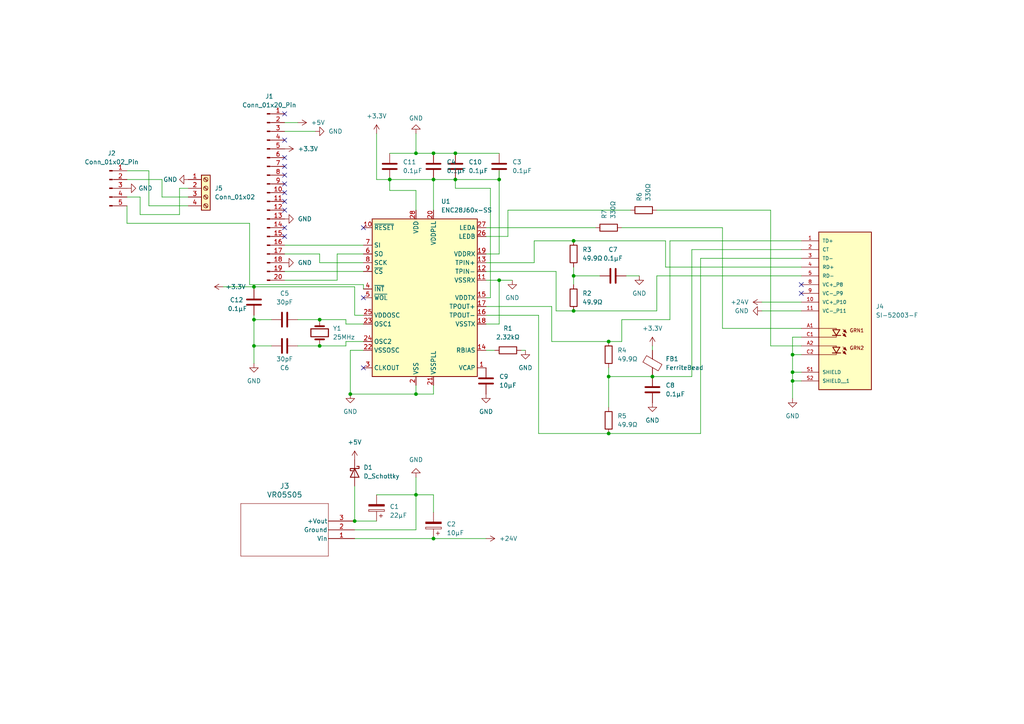
<source format=kicad_sch>
(kicad_sch (version 20231120) (generator "eeschema") (generator_version "8.0")
  (paper "A4")
  (lib_symbols
    (symbol "BEL_SI-52003-F:SI-52003-F" (pin_names (offset 1.016))
      (property "Reference" "J" (at -7.62 21.59 0))
      (property "Value" "SI-52003-F" (at -7.62 -26.67 0))
      (symbol "SI-52003-F_0_0"
        (rectangle (start -7.62 -25.4) (end 7.62 20.32) (stroke (width 0.254)) (fill (type background)))
        (polyline (pts (xy -7.62 -12.7) (xy -2.54 -12.7)) (stroke (width 0.1524)))
        (polyline (pts (xy -7.62 -7.62) (xy -2.54 -7.62)) (stroke (width 0.1524)))
        (polyline (pts (xy -3.683 -14.732) (xy -2.54 -14.732)) (stroke (width 0.254)))
        (polyline (pts (xy -3.683 -9.652) (xy -2.54 -9.652)) (stroke (width 0.254)))
        (polyline (pts (xy -3.556 -13.081) (xy -2.54 -14.732)) (stroke (width 0.254)))
        (polyline (pts (xy -3.556 -13.081) (xy -1.524 -13.081)) (stroke (width 0.254)))
        (polyline (pts (xy -3.556 -8.001) (xy -2.54 -9.652)) (stroke (width 0.254)))
        (polyline (pts (xy -3.556 -8.001) (xy -1.524 -8.001)) (stroke (width 0.254)))
        (polyline (pts (xy -2.54 -15.24) (xy -7.62 -15.24)) (stroke (width 0.1524)))
        (polyline (pts (xy -2.54 -14.859) (xy -2.54 -15.24)) (stroke (width 0.1524)))
        (polyline (pts (xy -2.54 -14.732) (xy -1.524 -13.081)) (stroke (width 0.254)))
        (polyline (pts (xy -2.54 -14.732) (xy -1.27 -14.732)) (stroke (width 0.254)))
        (polyline (pts (xy -2.54 -12.7) (xy -2.54 -12.954)) (stroke (width 0.1524)))
        (polyline (pts (xy -2.54 -10.16) (xy -7.62 -10.16)) (stroke (width 0.1524)))
        (polyline (pts (xy -2.54 -9.779) (xy -2.54 -10.16)) (stroke (width 0.1524)))
        (polyline (pts (xy -2.54 -9.652) (xy -1.524 -8.001)) (stroke (width 0.254)))
        (polyline (pts (xy -2.54 -9.652) (xy -1.27 -9.652)) (stroke (width 0.254)))
        (polyline (pts (xy -2.54 -7.62) (xy -2.54 -7.874)) (stroke (width 0.1524)))
        (polyline (pts (xy -0.762 -14.097) (xy 0.254 -15.113)) (stroke (width 0.1524)))
        (polyline (pts (xy -0.762 -9.017) (xy 0.254 -10.033)) (stroke (width 0.1524)))
        (polyline (pts (xy -0.635 -12.954) (xy 0.381 -13.97)) (stroke (width 0.1524)))
        (polyline (pts (xy -0.635 -7.874) (xy 0.381 -8.89)) (stroke (width 0.1524)))
        (polyline (pts (xy 0.254 -15.113) (xy -0.127 -14.224) (xy -0.635 -14.732) (xy 0.254 -15.113)) (stroke (width 0.1524)) (fill (type outline)))
        (polyline (pts (xy 0.254 -10.033) (xy -0.127 -9.144) (xy -0.635 -9.652) (xy 0.254 -10.033)) (stroke (width 0.1524)) (fill (type outline)))
        (polyline (pts (xy 0.381 -13.97) (xy 0 -13.081) (xy -0.508 -13.589) (xy 0.381 -13.97)) (stroke (width 0.1524)) (fill (type outline)))
        (polyline (pts (xy 0.381 -8.89) (xy 0 -8.001) (xy -0.508 -8.509) (xy 0.381 -8.89)) (stroke (width 0.1524)) (fill (type outline)))
        (text "GRN1" (at 1.27 -7.62 0) (effects (font (size 1.016 1.016)) (justify left top)))
        (text "GRN2" (at 1.27 -12.7 0) (effects (font (size 1.016 1.016)) (justify left top)))
        (pin passive line (at -12.7 17.78 0) (length 5.08) (name "TD+") (number "1"))
        (pin passive line (at -12.7 0 0) (length 5.08) (name "VC+_P10") (number "10"))
        (pin passive line (at -12.7 -2.54 0) (length 5.08) (name "VC-_P11") (number "11"))
        (pin passive line (at -12.7 15.24 0) (length 5.08) (name "CT") (number "2"))
        (pin passive line (at -12.7 12.7 0) (length 5.08) (name "TD-") (number "3"))
        (pin passive line (at -12.7 10.16 0) (length 5.08) (name "RD+") (number "4"))
        (pin passive line (at -12.7 7.62 0) (length 5.08) (name "RD-") (number "5"))
        (pin passive line (at -12.7 5.08 0) (length 5.08) (name "VC+_P8") (number "8"))
        (pin passive line (at -12.7 2.54 0) (length 5.08) (name "VC-_P9") (number "9"))
        (pin passive line (at -12.7 -7.62 0) (length 5.08) (name "~") (number "A1"))
        (pin passive line (at -12.7 -12.7 0) (length 5.08) (name "~") (number "A2"))
        (pin passive line (at -12.7 -10.16 0) (length 5.08) (name "~") (number "C1"))
        (pin passive line (at -12.7 -15.24 0) (length 5.08) (name "~") (number "C2"))
        (pin passive line (at -12.7 -20.32 0) (length 5.08) (name "SHIELD") (number "S1"))
        (pin passive line (at -12.7 -22.86 0) (length 5.08) (name "SHIELD__1") (number "S2"))
      )
    )
    (symbol "Connector:Conn_01x05_Pin" (pin_names (offset 1.016) hide)
      (property "Reference" "J" (at 0 7.62 0))
      (property "Value" "Conn_01x05_Pin" (at 0 -7.62 0))
      (symbol "Conn_01x05_Pin_1_1"
        (polyline (pts (xy 1.27 -5.08) (xy 0.8636 -5.08)) (stroke (width 0.1524)))
        (polyline (pts (xy 1.27 -2.54) (xy 0.8636 -2.54)) (stroke (width 0.1524)))
        (polyline (pts (xy 1.27 0) (xy 0.8636 0)) (stroke (width 0.1524)))
        (polyline (pts (xy 1.27 2.54) (xy 0.8636 2.54)) (stroke (width 0.1524)))
        (polyline (pts (xy 1.27 5.08) (xy 0.8636 5.08)) (stroke (width 0.1524)))
        (rectangle (start 0.8636 -4.953) (end 0 -5.207) (stroke (width 0.1524)) (fill (type outline)))
        (rectangle (start 0.8636 -2.413) (end 0 -2.667) (stroke (width 0.1524)) (fill (type outline)))
        (rectangle (start 0.8636 0.127) (end 0 -0.127) (stroke (width 0.1524)) (fill (type outline)))
        (rectangle (start 0.8636 2.667) (end 0 2.413) (stroke (width 0.1524)) (fill (type outline)))
        (rectangle (start 0.8636 5.207) (end 0 4.953) (stroke (width 0.1524)) (fill (type outline)))
        (pin passive line (at 5.08 5.08 180) (length 3.81) (name "Pin_1") (number "1"))
        (pin passive line (at 5.08 2.54 180) (length 3.81) (name "Pin_2") (number "2"))
        (pin passive line (at 5.08 0 180) (length 3.81) (name "Pin_3") (number "3"))
        (pin passive line (at 5.08 -2.54 180) (length 3.81) (name "Pin_4") (number "4"))
        (pin passive line (at 5.08 -5.08 180) (length 3.81) (name "Pin_5") (number "5"))
      )
    )
    (symbol "Connector:Conn_01x20_Pin" (pin_names (offset 1.016) hide)
      (property "Reference" "J" (at 0 25.4 0))
      (property "Value" "Conn_01x20_Pin" (at 0 -27.94 0))
      (symbol "Conn_01x20_Pin_1_1"
        (polyline (pts (xy 1.27 -25.4) (xy 0.8636 -25.4)) (stroke (width 0.1524)))
        (polyline (pts (xy 1.27 -22.86) (xy 0.8636 -22.86)) (stroke (width 0.1524)))
        (polyline (pts (xy 1.27 -20.32) (xy 0.8636 -20.32)) (stroke (width 0.1524)))
        (polyline (pts (xy 1.27 -17.78) (xy 0.8636 -17.78)) (stroke (width 0.1524)))
        (polyline (pts (xy 1.27 -15.24) (xy 0.8636 -15.24)) (stroke (width 0.1524)))
        (polyline (pts (xy 1.27 -12.7) (xy 0.8636 -12.7)) (stroke (width 0.1524)))
        (polyline (pts (xy 1.27 -10.16) (xy 0.8636 -10.16)) (stroke (width 0.1524)))
        (polyline (pts (xy 1.27 -7.62) (xy 0.8636 -7.62)) (stroke (width 0.1524)))
        (polyline (pts (xy 1.27 -5.08) (xy 0.8636 -5.08)) (stroke (width 0.1524)))
        (polyline (pts (xy 1.27 -2.54) (xy 0.8636 -2.54)) (stroke (width 0.1524)))
        (polyline (pts (xy 1.27 0) (xy 0.8636 0)) (stroke (width 0.1524)))
        (polyline (pts (xy 1.27 2.54) (xy 0.8636 2.54)) (stroke (width 0.1524)))
        (polyline (pts (xy 1.27 5.08) (xy 0.8636 5.08)) (stroke (width 0.1524)))
        (polyline (pts (xy 1.27 7.62) (xy 0.8636 7.62)) (stroke (width 0.1524)))
        (polyline (pts (xy 1.27 10.16) (xy 0.8636 10.16)) (stroke (width 0.1524)))
        (polyline (pts (xy 1.27 12.7) (xy 0.8636 12.7)) (stroke (width 0.1524)))
        (polyline (pts (xy 1.27 15.24) (xy 0.8636 15.24)) (stroke (width 0.1524)))
        (polyline (pts (xy 1.27 17.78) (xy 0.8636 17.78)) (stroke (width 0.1524)))
        (polyline (pts (xy 1.27 20.32) (xy 0.8636 20.32)) (stroke (width 0.1524)))
        (polyline (pts (xy 1.27 22.86) (xy 0.8636 22.86)) (stroke (width 0.1524)))
        (rectangle (start 0.8636 -25.273) (end 0 -25.527) (stroke (width 0.1524)) (fill (type outline)))
        (rectangle (start 0.8636 -22.733) (end 0 -22.987) (stroke (width 0.1524)) (fill (type outline)))
        (rectangle (start 0.8636 -20.193) (end 0 -20.447) (stroke (width 0.1524)) (fill (type outline)))
        (rectangle (start 0.8636 -17.653) (end 0 -17.907) (stroke (width 0.1524)) (fill (type outline)))
        (rectangle (start 0.8636 -15.113) (end 0 -15.367) (stroke (width 0.1524)) (fill (type outline)))
        (rectangle (start 0.8636 -12.573) (end 0 -12.827) (stroke (width 0.1524)) (fill (type outline)))
        (rectangle (start 0.8636 -10.033) (end 0 -10.287) (stroke (width 0.1524)) (fill (type outline)))
        (rectangle (start 0.8636 -7.493) (end 0 -7.747) (stroke (width 0.1524)) (fill (type outline)))
        (rectangle (start 0.8636 -4.953) (end 0 -5.207) (stroke (width 0.1524)) (fill (type outline)))
        (rectangle (start 0.8636 -2.413) (end 0 -2.667) (stroke (width 0.1524)) (fill (type outline)))
        (rectangle (start 0.8636 0.127) (end 0 -0.127) (stroke (width 0.1524)) (fill (type outline)))
        (rectangle (start 0.8636 2.667) (end 0 2.413) (stroke (width 0.1524)) (fill (type outline)))
        (rectangle (start 0.8636 5.207) (end 0 4.953) (stroke (width 0.1524)) (fill (type outline)))
        (rectangle (start 0.8636 7.747) (end 0 7.493) (stroke (width 0.1524)) (fill (type outline)))
        (rectangle (start 0.8636 10.287) (end 0 10.033) (stroke (width 0.1524)) (fill (type outline)))
        (rectangle (start 0.8636 12.827) (end 0 12.573) (stroke (width 0.1524)) (fill (type outline)))
        (rectangle (start 0.8636 15.367) (end 0 15.113) (stroke (width 0.1524)) (fill (type outline)))
        (rectangle (start 0.8636 17.907) (end 0 17.653) (stroke (width 0.1524)) (fill (type outline)))
        (rectangle (start 0.8636 20.447) (end 0 20.193) (stroke (width 0.1524)) (fill (type outline)))
        (rectangle (start 0.8636 22.987) (end 0 22.733) (stroke (width 0.1524)) (fill (type outline)))
        (pin passive line (at 5.08 22.86 180) (length 3.81) (name "Pin_1") (number "1"))
        (pin passive line (at 5.08 0 180) (length 3.81) (name "Pin_10") (number "10"))
        (pin passive line (at 5.08 -2.54 180) (length 3.81) (name "Pin_11") (number "11"))
        (pin passive line (at 5.08 -5.08 180) (length 3.81) (name "Pin_12") (number "12"))
        (pin passive line (at 5.08 -7.62 180) (length 3.81) (name "Pin_13") (number "13"))
        (pin passive line (at 5.08 -10.16 180) (length 3.81) (name "Pin_14") (number "14"))
        (pin passive line (at 5.08 -12.7 180) (length 3.81) (name "Pin_15") (number "15"))
        (pin passive line (at 5.08 -15.24 180) (length 3.81) (name "Pin_16") (number "16"))
        (pin passive line (at 5.08 -17.78 180) (length 3.81) (name "Pin_17") (number "17"))
        (pin passive line (at 5.08 -20.32 180) (length 3.81) (name "Pin_18") (number "18"))
        (pin passive line (at 5.08 -22.86 180) (length 3.81) (name "Pin_19") (number "19"))
        (pin passive line (at 5.08 20.32 180) (length 3.81) (name "Pin_2") (number "2"))
        (pin passive line (at 5.08 -25.4 180) (length 3.81) (name "Pin_20") (number "20"))
        (pin passive line (at 5.08 17.78 180) (length 3.81) (name "Pin_3") (number "3"))
        (pin passive line (at 5.08 15.24 180) (length 3.81) (name "Pin_4") (number "4"))
        (pin passive line (at 5.08 12.7 180) (length 3.81) (name "Pin_5") (number "5"))
        (pin passive line (at 5.08 10.16 180) (length 3.81) (name "Pin_6") (number "6"))
        (pin passive line (at 5.08 7.62 180) (length 3.81) (name "Pin_7") (number "7"))
        (pin passive line (at 5.08 5.08 180) (length 3.81) (name "Pin_8") (number "8"))
        (pin passive line (at 5.08 2.54 180) (length 3.81) (name "Pin_9") (number "9"))
      )
    )
    (symbol "Connector:Screw_Terminal_01x04" (pin_names (offset 1.016) hide)
      (property "Reference" "J" (at 0 5.08 0))
      (property "Value" "Screw_Terminal_01x04" (at 0 -7.62 0))
      (symbol "Screw_Terminal_01x04_1_1"
        (rectangle (start -1.27 3.81) (end 1.27 -6.35) (stroke (width 0.254)) (fill (type background)))
        (circle (center 0 -5.08) (radius 0.635) (stroke (width 0.1524)))
        (circle (center 0 -2.54) (radius 0.635) (stroke (width 0.1524)))
        (polyline (pts (xy -0.5334 -4.7498) (xy 0.3302 -5.588)) (stroke (width 0.1524)))
        (polyline (pts (xy -0.5334 -2.2098) (xy 0.3302 -3.048)) (stroke (width 0.1524)))
        (polyline (pts (xy -0.5334 0.3302) (xy 0.3302 -0.508)) (stroke (width 0.1524)))
        (polyline (pts (xy -0.5334 2.8702) (xy 0.3302 2.032)) (stroke (width 0.1524)))
        (polyline (pts (xy -0.3556 -4.572) (xy 0.508 -5.4102)) (stroke (width 0.1524)))
        (polyline (pts (xy -0.3556 -2.032) (xy 0.508 -2.8702)) (stroke (width 0.1524)))
        (polyline (pts (xy -0.3556 0.508) (xy 0.508 -0.3302)) (stroke (width 0.1524)))
        (polyline (pts (xy -0.3556 3.048) (xy 0.508 2.2098)) (stroke (width 0.1524)))
        (circle (center 0 0) (radius 0.635) (stroke (width 0.1524)))
        (circle (center 0 2.54) (radius 0.635) (stroke (width 0.1524)))
        (pin passive line (at -5.08 2.54 0) (length 3.81) (name "Pin_1") (number "1"))
        (pin passive line (at -5.08 0 0) (length 3.81) (name "Pin_2") (number "2"))
        (pin passive line (at -5.08 -2.54 0) (length 3.81) (name "Pin_3") (number "3"))
        (pin passive line (at -5.08 -5.08 0) (length 3.81) (name "Pin_4") (number "4"))
      )
    )
    (symbol "Device:C" (pin_numbers hide) (pin_names (offset 0.254))
      (property "Reference" "C" (at 0.635 2.54 0))
      (property "Value" "C" (at 0.635 -2.54 0))
      (symbol "C_0_1"
        (polyline (pts (xy -2.032 -0.762) (xy 2.032 -0.762)) (stroke (width 0.508)))
        (polyline (pts (xy -2.032 0.762) (xy 2.032 0.762)) (stroke (width 0.508)))
      )
      (symbol "C_1_1"
        (pin passive line (at 0 3.81 270) (length 2.794) (name "~") (number "1"))
        (pin passive line (at 0 -3.81 90) (length 2.794) (name "~") (number "2"))
      )
    )
    (symbol "Device:C_Polarized" (pin_numbers hide) (pin_names (offset 0.254))
      (property "Reference" "C" (at 0.635 2.54 0))
      (property "Value" "C_Polarized" (at 0.635 -2.54 0))
      (symbol "C_Polarized_0_1"
        (rectangle (start -2.286 0.508) (end 2.286 1.016))
        (polyline (pts (xy -1.778 2.286) (xy -0.762 2.286)))
        (polyline (pts (xy -1.27 2.794) (xy -1.27 1.778)))
        (rectangle (start 2.286 -0.508) (end -2.286 -1.016) (fill (type outline)))
      )
      (symbol "C_Polarized_1_1"
        (pin passive line (at 0 3.81 270) (length 2.794) (name "~") (number "1"))
        (pin passive line (at 0 -3.81 90) (length 2.794) (name "~") (number "2"))
      )
    )
    (symbol "Device:Crystal" (pin_numbers hide) (pin_names (offset 1.016) hide)
      (property "Reference" "Y" (at 0 3.81 0))
      (property "Value" "Crystal" (at 0 -3.81 0))
      (symbol "Crystal_0_1"
        (rectangle (start -1.143 2.54) (end 1.143 -2.54) (stroke (width 0.3048)))
        (polyline (pts (xy -2.54 0) (xy -1.905 0)))
        (polyline (pts (xy -1.905 -1.27) (xy -1.905 1.27)) (stroke (width 0.508)))
        (polyline (pts (xy 1.905 -1.27) (xy 1.905 1.27)) (stroke (width 0.508)))
        (polyline (pts (xy 2.54 0) (xy 1.905 0)))
      )
      (symbol "Crystal_1_1"
        (pin passive line (at -3.81 0 0) (length 1.27) (name "1") (number "1"))
        (pin passive line (at 3.81 0 180) (length 1.27) (name "2") (number "2"))
      )
    )
    (symbol "Device:D_Schottky" (pin_numbers hide) (pin_names (offset 1.016) hide)
      (property "Reference" "D" (at 0 2.54 0))
      (property "Value" "D_Schottky" (at 0 -2.54 0))
      (symbol "D_Schottky_0_1"
        (polyline (pts (xy 1.27 0) (xy -1.27 0)))
        (polyline (pts (xy 1.27 1.27) (xy 1.27 -1.27) (xy -1.27 0) (xy 1.27 1.27)) (stroke (width 0.254)))
        (polyline (pts (xy -1.905 0.635) (xy -1.905 1.27) (xy -1.27 1.27) (xy -1.27 -1.27) (xy -0.635 -1.27) (xy -0.635 -0.635)) (stroke (width 0.254)))
      )
      (symbol "D_Schottky_1_1"
        (pin passive line (at -3.81 0 0) (length 2.54) (name "K") (number "1"))
        (pin passive line (at 3.81 0 180) (length 2.54) (name "A") (number "2"))
      )
    )
    (symbol "Device:FerriteBead" (pin_numbers hide) (pin_names (offset 0))
      (property "Reference" "FB" (at -3.81 0.635 90))
      (property "Value" "FerriteBead" (at 3.81 0 90))
      (symbol "FerriteBead_0_1"
        (polyline (pts (xy 0 -1.27) (xy 0 -1.2192)))
        (polyline (pts (xy 0 1.27) (xy 0 1.2954)))
        (polyline (pts (xy -2.7686 0.4064) (xy -1.7018 2.2606) (xy 2.7686 -0.3048) (xy 1.6764 -2.159) (xy -2.7686 0.4064)))
      )
      (symbol "FerriteBead_1_1"
        (pin passive line (at 0 3.81 270) (length 2.54) (name "~") (number "1"))
        (pin passive line (at 0 -3.81 90) (length 2.54) (name "~") (number "2"))
      )
    )
    (symbol "Device:R" (pin_numbers hide) (pin_names (offset 0))
      (property "Reference" "R" (at 2.032 0 90))
      (property "Value" "R" (at 0 0 90))
      (symbol "R_0_1"
        (rectangle (start -1.016 -2.54) (end 1.016 2.54) (stroke (width 0.254)))
      )
      (symbol "R_1_1"
        (pin passive line (at 0 3.81 270) (length 1.27) (name "~") (number "1"))
        (pin passive line (at 0 -3.81 90) (length 1.27) (name "~") (number "2"))
      )
    )
    (symbol "GND_1" (power) (pin_numbers hide) (pin_names (offset 0) hide)
      (property "Value" "GND" (at 0 -3.81 0))
      (symbol "GND_1_0_1"
        (polyline (pts (xy 0 0) (xy 0 -1.27) (xy 1.27 -1.27) (xy 0 -2.54) (xy -1.27 -1.27) (xy 0 -1.27)))
      )
      (symbol "GND_1_1_1"
        (pin power_in line (at 0 0 270) (length 0) (name "~") (number "1"))
      )
    )
    (symbol "Interface_Ethernet:ENC28J60x-SS"
      (property "Reference" "U" (at -13.97 24.13 0))
      (property "Value" "ENC28J60x-SS" (at 5.08 24.13 0))
      (symbol "ENC28J60x-SS_0_1"
        (rectangle (start -15.24 22.86) (end 15.24 -22.86) (stroke (width 0.254)) (fill (type background)))
      )
      (symbol "ENC28J60x-SS_1_1"
        (pin input line (at 17.78 -20.32 180) (length 2.54) (name "VCAP") (number "1"))
        (pin input line (at -17.78 20.32 0) (length 2.54) (name "~{RESET}") (number "10"))
        (pin power_in line (at 17.78 5.08 180) (length 2.54) (name "VSSRX") (number "11"))
        (pin input line (at 17.78 7.62 180) (length 2.54) (name "TPIN-") (number "12"))
        (pin input line (at 17.78 10.16 180) (length 2.54) (name "TPIN+") (number "13"))
        (pin input line (at 17.78 -15.24 180) (length 2.54) (name "RBIAS") (number "14"))
        (pin power_in line (at 17.78 0 180) (length 2.54) (name "VDDTX") (number "15"))
        (pin output line (at 17.78 -5.08 180) (length 2.54) (name "TPOUT-") (number "16"))
        (pin output line (at 17.78 -2.54 180) (length 2.54) (name "TPOUT+") (number "17"))
        (pin power_in line (at 17.78 -7.62 180) (length 2.54) (name "VSSTX") (number "18"))
        (pin power_in line (at 17.78 12.7 180) (length 2.54) (name "VDDRX") (number "19"))
        (pin power_in line (at -2.54 -25.4 90) (length 2.54) (name "VSS") (number "2"))
        (pin power_in line (at 2.54 25.4 270) (length 2.54) (name "VDDPLL") (number "20"))
        (pin power_in line (at 2.54 -25.4 90) (length 2.54) (name "VSSPLL") (number "21"))
        (pin power_in line (at -17.78 -15.24 0) (length 2.54) (name "VSSOSC") (number "22"))
        (pin input line (at -17.78 -7.62 0) (length 2.54) (name "OSC1") (number "23"))
        (pin input line (at -17.78 -12.7 0) (length 2.54) (name "OSC2") (number "24"))
        (pin power_in line (at -17.78 -5.08 0) (length 2.54) (name "VDDOSC") (number "25"))
        (pin output line (at 17.78 17.78 180) (length 2.54) (name "LEDB") (number "26"))
        (pin output line (at 17.78 20.32 180) (length 2.54) (name "LEDA") (number "27"))
        (pin power_in line (at -2.54 25.4 270) (length 2.54) (name "VDD") (number "28"))
        (pin output line (at -17.78 -20.32 0) (length 2.54) (name "CLKOUT") (number "3"))
        (pin output line (at -17.78 2.54 0) (length 2.54) (name "~{INT}") (number "4"))
        (pin output line (at -17.78 0 0) (length 2.54) (name "~{WOL}") (number "5"))
        (pin output line (at -17.78 12.7 0) (length 2.54) (name "SO") (number "6"))
        (pin input line (at -17.78 15.24 0) (length 2.54) (name "SI") (number "7"))
        (pin input line (at -17.78 10.16 0) (length 2.54) (name "SCK") (number "8"))
        (pin input line (at -17.78 7.62 0) (length 2.54) (name "~{CS}") (number "9"))
      )
    )
    (symbol "VR05S05X:VR05S05" (pin_names (offset 0.254))
      (property "Reference" "J" (at 20.32 10.16 0))
      (property "Value" "VR05S05" (at 20.32 7.62 0))
      (symbol "VR05S05_1_1"
        (polyline (pts (xy 7.62 -10.16) (xy 33.02 -10.16)) (stroke (width 0.127)))
        (polyline (pts (xy 7.62 5.08) (xy 7.62 -10.16)) (stroke (width 0.127)))
        (polyline (pts (xy 33.02 -10.16) (xy 33.02 5.08)) (stroke (width 0.127)))
        (polyline (pts (xy 33.02 5.08) (xy 7.62 5.08)) (stroke (width 0.127)))
        (pin unspecified line (at 0 0 0) (length 7.62) (name "Vin") (number "1"))
        (pin power_out line (at 0 -2.54 0) (length 7.62) (name "Ground") (number "2"))
        (pin power_in line (at 0 -5.08 0) (length 7.62) (name "+Vout") (number "3"))
      )
      (symbol "VR05S05_1_2"
        (polyline (pts (xy 5.08 -7.62) (xy 12.7 -7.62)) (stroke (width 0.127)))
        (polyline (pts (xy 5.08 2.54) (xy 5.08 -7.62)) (stroke (width 0.127)))
        (polyline (pts (xy 7.62 -5.08) (xy 5.08 -5.08)) (stroke (width 0.127)))
        (polyline (pts (xy 7.62 -5.08) (xy 8.89 -5.9267)) (stroke (width 0.127)))
        (polyline (pts (xy 7.62 -5.08) (xy 8.89 -4.2333)) (stroke (width 0.127)))
        (polyline (pts (xy 7.62 -2.54) (xy 5.08 -2.54)) (stroke (width 0.127)))
        (polyline (pts (xy 7.62 -2.54) (xy 8.89 -3.3867)) (stroke (width 0.127)))
        (polyline (pts (xy 7.62 -2.54) (xy 8.89 -1.6933)) (stroke (width 0.127)))
        (polyline (pts (xy 7.62 0) (xy 5.08 0)) (stroke (width 0.127)))
        (polyline (pts (xy 7.62 0) (xy 8.89 -0.8467)) (stroke (width 0.127)))
        (polyline (pts (xy 7.62 0) (xy 8.89 0.8467)) (stroke (width 0.127)))
        (polyline (pts (xy 12.7 -7.62) (xy 12.7 2.54)) (stroke (width 0.127)))
        (polyline (pts (xy 12.7 2.54) (xy 5.08 2.54)) (stroke (width 0.127)))
        (pin unspecified line (at 0 0 0) (length 5.08) (name "1") (number "1"))
        (pin power_out line (at 0 -2.54 0) (length 5.08) (name "2") (number "2"))
        (pin power_in line (at 0 -5.08 0) (length 5.08) (name "3") (number "3"))
      )
    )
    (symbol "power:+24V" (power) (pin_names (offset 0))
      (property "Value" "+24V" (at 0 3.556 0))
      (symbol "+24V_0_1"
        (polyline (pts (xy -0.762 1.27) (xy 0 2.54)))
        (polyline (pts (xy 0 0) (xy 0 2.54)))
        (polyline (pts (xy 0 2.54) (xy 0.762 1.27)))
      )
      (symbol "+24V_1_1"
        (pin power_in line (at 0 0 90) (length 0) hide (name "+24V") (number "1"))
      )
    )
    (symbol "power:+3.3V" (power) (pin_names (offset 0))
      (property "Value" "+3.3V" (at 0 3.556 0))
      (symbol "+3.3V_0_1"
        (polyline (pts (xy -0.762 1.27) (xy 0 2.54)))
        (polyline (pts (xy 0 0) (xy 0 2.54)))
        (polyline (pts (xy 0 2.54) (xy 0.762 1.27)))
      )
      (symbol "+3.3V_1_1"
        (pin power_in line (at 0 0 90) (length 0) hide (name "+3.3V") (number "1"))
      )
    )
    (symbol "power:+5V" (power) (pin_names (offset 0))
      (property "Value" "+5V" (at 0 3.556 0))
      (symbol "+5V_0_1"
        (polyline (pts (xy -0.762 1.27) (xy 0 2.54)))
        (polyline (pts (xy 0 0) (xy 0 2.54)))
        (polyline (pts (xy 0 2.54) (xy 0.762 1.27)))
      )
      (symbol "+5V_1_1"
        (pin power_in line (at 0 0 90) (length 0) hide (name "+5V") (number "1"))
      )
    )
    (symbol "power:GND" (power) (pin_names (offset 0))
      (property "Value" "GND" (at 0 -3.81 0))
      (symbol "GND_0_1"
        (polyline (pts (xy 0 0) (xy 0 -1.27) (xy 1.27 -1.27) (xy 0 -2.54) (xy -1.27 -1.27) (xy 0 -1.27)))
      )
      (symbol "GND_1_1"
        (pin power_in line (at 0 0 270) (length 0) hide (name "GND") (number "1"))
      )
    )
  )
  (junction (at 92.71 92.71))
  (junction (at 120.65 44.45))
  (junction (at 92.71 100.33))
  (junction (at 144.78 81.28))
  (junction (at 113.03 52.07))
  (junction (at 73.66 100.33))
  (junction (at 229.87 102.87))
  (junction (at 125.73 52.07))
  (junction (at 144.78 52.07))
  (junction (at 176.53 125.73))
  (junction (at 176.53 109.22))
  (junction (at 176.53 99.06))
  (junction (at 166.37 80.01))
  (junction (at 125.73 44.45))
  (junction (at 101.6 114.3))
  (junction (at 73.66 92.71))
  (junction (at 132.08 52.07))
  (junction (at 229.87 110.49))
  (junction (at 189.23 109.22))
  (junction (at 120.65 114.3))
  (junction (at 102.87 151.13))
  (junction (at 125.73 156.21))
  (junction (at 166.37 69.85))
  (junction (at 132.08 44.45))
  (junction (at 166.37 90.17))
  (junction (at 73.66 83.185))
  (junction (at 229.87 107.95))
  (junction (at 120.65 143.51))
  (no_connect (at 82.55 40.64))
  (no_connect (at 82.55 66.04))
  (no_connect (at 105.41 86.36))
  (no_connect (at 232.41 82.55))
  (no_connect (at 82.55 60.96))
  (no_connect (at 82.55 50.8))
  (no_connect (at 82.55 58.42))
  (no_connect (at 82.55 33.02))
  (no_connect (at 105.41 106.68))
  (no_connect (at 82.55 45.72))
  (no_connect (at 82.55 53.34))
  (no_connect (at 232.41 85.09))
  (no_connect (at 82.55 48.26))
  (no_connect (at 105.41 66.04))
  (no_connect (at 82.55 68.58))
  (no_connect (at 82.55 55.88))
  (wire (pts (xy 82.55 38.1) (xy 91.44 38.1)))
  (wire (pts (xy 140.97 101.6) (xy 143.51 101.6)))
  (wire (pts (xy 203.2 74.93) (xy 232.41 74.93)))
  (wire (pts (xy 46.99 52.07) (xy 46.99 57.15)))
  (wire (pts (xy 72.39 64.77) (xy 36.83 64.77)))
  (wire (pts (xy 100.33 93.98) (xy 100.33 92.71)))
  (wire (pts (xy 154.94 69.85) (xy 154.94 76.2)))
  (wire (pts (xy 156.21 125.73) (xy 156.21 91.44)))
  (wire (pts (xy 82.55 73.66) (xy 92.71 73.66)))
  (wire (pts (xy 105.41 93.98) (xy 100.33 93.98)))
  (wire (pts (xy 120.65 143.51) (xy 125.73 143.51)))
  (wire (pts (xy 132.08 52.07) (xy 125.73 52.07)))
  (wire (pts (xy 194.31 69.85) (xy 232.41 69.85)))
  (wire (pts (xy 203.2 74.93) (xy 203.2 125.73)))
  (wire (pts (xy 140.97 93.98) (xy 144.78 93.98)))
  (wire (pts (xy 154.94 76.2) (xy 140.97 76.2)))
  (wire (pts (xy 229.87 102.87) (xy 232.41 102.87)))
  (wire (pts (xy 220.98 90.17) (xy 232.41 90.17)))
  (wire (pts (xy 105.41 99.06) (xy 100.33 99.06)))
  (wire (pts (xy 113.03 52.07) (xy 109.22 52.07)))
  (wire (pts (xy 132.08 44.45) (xy 144.78 44.45)))
  (wire (pts (xy 105.41 101.6) (xy 101.6 101.6)))
  (wire (pts (xy 223.52 60.96) (xy 190.5 60.96)))
  (wire (pts (xy 147.32 68.58) (xy 140.97 68.58)))
  (wire (pts (xy 181.61 80.01) (xy 185.42 80.01)))
  (wire (pts (xy 52.07 54.61) (xy 52.07 62.23)))
  (wire (pts (xy 166.37 77.47) (xy 166.37 80.01)))
  (wire (pts (xy 151.13 101.6) (xy 152.4 101.6)))
  (wire (pts (xy 82.55 81.28) (xy 97.79 81.28)))
  (wire (pts (xy 46.99 52.07) (xy 36.83 52.07)))
  (wire (pts (xy 86.36 100.33) (xy 92.71 100.33)))
  (wire (pts (xy 40.64 57.15) (xy 36.83 57.15)))
  (wire (pts (xy 125.73 52.07) (xy 113.03 52.07)))
  (wire (pts (xy 176.53 99.06) (xy 160.02 99.06)))
  (wire (pts (xy 100.33 99.06) (xy 100.33 100.33)))
  (wire (pts (xy 166.37 80.01) (xy 166.37 82.55)))
  (wire (pts (xy 229.87 97.79) (xy 229.87 102.87)))
  (wire (pts (xy 142.24 54.61) (xy 142.24 86.36)))
  (wire (pts (xy 113.03 51.435) (xy 113.03 52.07)))
  (wire (pts (xy 209.55 66.04) (xy 209.55 95.25)))
  (wire (pts (xy 100.33 92.71) (xy 92.71 92.71)))
  (wire (pts (xy 140.97 66.04) (xy 172.72 66.04)))
  (wire (pts (xy 120.65 60.96) (xy 120.65 55.245)))
  (wire (pts (xy 229.87 110.49) (xy 229.87 115.57)))
  (wire (pts (xy 229.87 107.95) (xy 229.87 110.49)))
  (wire (pts (xy 194.31 92.71) (xy 180.34 92.71)))
  (wire (pts (xy 229.87 110.49) (xy 232.41 110.49)))
  (wire (pts (xy 120.65 55.245) (xy 113.03 55.245)))
  (wire (pts (xy 73.66 83.185) (xy 73.66 83.82)))
  (wire (pts (xy 52.07 62.23) (xy 40.64 62.23)))
  (wire (pts (xy 86.36 92.71) (xy 92.71 92.71)))
  (wire (pts (xy 144.78 81.28) (xy 144.78 93.98)))
  (wire (pts (xy 125.73 111.76) (xy 125.73 114.3)))
  (wire (pts (xy 102.87 151.13) (xy 109.22 151.13)))
  (wire (pts (xy 105.41 82.55) (xy 72.39 82.55)))
  (wire (pts (xy 105.41 73.66) (xy 97.79 73.66)))
  (wire (pts (xy 156.21 125.73) (xy 176.53 125.73)))
  (wire (pts (xy 194.31 69.85) (xy 194.31 92.71)))
  (wire (pts (xy 125.73 114.3) (xy 120.65 114.3)))
  (wire (pts (xy 166.37 80.01) (xy 173.99 80.01)))
  (wire (pts (xy 109.22 38.735) (xy 109.22 52.07)))
  (wire (pts (xy 125.73 44.45) (xy 132.08 44.45)))
  (wire (pts (xy 102.87 140.97) (xy 102.87 151.13)))
  (wire (pts (xy 140.97 86.36) (xy 142.24 86.36)))
  (wire (pts (xy 132.08 54.61) (xy 142.24 54.61)))
  (wire (pts (xy 101.6 114.3) (xy 120.65 114.3)))
  (wire (pts (xy 40.64 57.15) (xy 40.64 62.23)))
  (wire (pts (xy 43.18 49.53) (xy 43.18 59.69)))
  (wire (pts (xy 200.66 109.22) (xy 200.66 72.39)))
  (wire (pts (xy 176.53 125.73) (xy 203.2 125.73)))
  (wire (pts (xy 229.87 102.87) (xy 229.87 107.95)))
  (wire (pts (xy 100.33 100.33) (xy 92.71 100.33)))
  (wire (pts (xy 132.08 52.07) (xy 144.78 52.07)))
  (wire (pts (xy 97.79 73.66) (xy 97.79 81.28)))
  (wire (pts (xy 232.41 97.79) (xy 229.87 97.79)))
  (wire (pts (xy 125.73 52.07) (xy 125.73 60.96)))
  (wire (pts (xy 190.5 80.01) (xy 232.41 80.01)))
  (wire (pts (xy 180.34 66.04) (xy 209.55 66.04)))
  (wire (pts (xy 92.71 76.2) (xy 92.71 73.66)))
  (wire (pts (xy 180.34 92.71) (xy 180.34 99.06)))
  (wire (pts (xy 113.03 44.45) (xy 120.65 44.45)))
  (wire (pts (xy 176.53 106.68) (xy 176.53 109.22)))
  (wire (pts (xy 176.53 109.22) (xy 176.53 118.11)))
  (wire (pts (xy 120.65 143.51) (xy 120.65 138.43)))
  (wire (pts (xy 193.04 69.85) (xy 193.04 77.47)))
  (wire (pts (xy 232.41 107.95) (xy 229.87 107.95)))
  (wire (pts (xy 190.5 80.01) (xy 190.5 90.17)))
  (wire (pts (xy 72.39 82.55) (xy 72.39 64.77)))
  (wire (pts (xy 120.65 153.67) (xy 120.65 143.51)))
  (wire (pts (xy 102.87 91.44) (xy 105.41 91.44)))
  (wire (pts (xy 73.66 92.71) (xy 73.66 100.33)))
  (wire (pts (xy 144.78 49.53) (xy 144.78 52.07)))
  (wire (pts (xy 54.61 57.15) (xy 46.99 57.15)))
  (wire (pts (xy 102.87 156.21) (xy 125.73 156.21)))
  (wire (pts (xy 220.98 87.63) (xy 232.41 87.63)))
  (wire (pts (xy 140.97 88.9) (xy 160.02 88.9)))
  (wire (pts (xy 144.78 81.28) (xy 148.59 81.28)))
  (wire (pts (xy 189.23 101.6) (xy 189.23 100.33)))
  (wire (pts (xy 140.97 81.28) (xy 144.78 81.28)))
  (wire (pts (xy 86.36 35.56) (xy 82.55 35.56)))
  (wire (pts (xy 161.29 90.17) (xy 161.29 78.74)))
  (wire (pts (xy 125.73 143.51) (xy 125.73 148.59)))
  (wire (pts (xy 160.02 99.06) (xy 160.02 88.9)))
  (wire (pts (xy 43.18 59.69) (xy 54.61 59.69)))
  (wire (pts (xy 43.18 49.53) (xy 36.83 49.53)))
  (wire (pts (xy 209.55 95.25) (xy 232.41 95.25)))
  (wire (pts (xy 147.32 60.96) (xy 147.32 68.58)))
  (wire (pts (xy 189.23 109.22) (xy 200.66 109.22)))
  (wire (pts (xy 140.97 73.66) (xy 144.78 73.66)))
  (wire (pts (xy 154.94 69.85) (xy 166.37 69.85)))
  (wire (pts (xy 125.73 156.21) (xy 140.97 156.21)))
  (wire (pts (xy 120.65 38.735) (xy 120.65 44.45)))
  (wire (pts (xy 166.37 69.85) (xy 193.04 69.85)))
  (wire (pts (xy 54.61 54.61) (xy 52.07 54.61)))
  (wire (pts (xy 182.88 60.96) (xy 147.32 60.96)))
  (wire (pts (xy 176.53 109.22) (xy 189.23 109.22)))
  (wire (pts (xy 36.83 64.77) (xy 36.83 59.69)))
  (wire (pts (xy 82.55 78.74) (xy 105.41 78.74)))
  (wire (pts (xy 73.66 91.44) (xy 73.66 92.71)))
  (wire (pts (xy 176.53 99.06) (xy 180.34 99.06)))
  (wire (pts (xy 105.41 76.2) (xy 92.71 76.2)))
  (wire (pts (xy 102.87 83.185) (xy 73.66 83.185)))
  (wire (pts (xy 223.52 100.33) (xy 232.41 100.33)))
  (wire (pts (xy 120.65 111.76) (xy 120.65 114.3)))
  (wire (pts (xy 223.52 100.33) (xy 223.52 60.96)))
  (wire (pts (xy 144.78 52.07) (xy 144.78 73.66)))
  (wire (pts (xy 200.66 72.39) (xy 232.41 72.39)))
  (wire (pts (xy 82.55 71.12) (xy 105.41 71.12)))
  (wire (pts (xy 105.41 83.82) (xy 105.41 82.55)))
  (wire (pts (xy 73.66 100.33) (xy 78.74 100.33)))
  (wire (pts (xy 156.21 91.44) (xy 140.97 91.44)))
  (wire (pts (xy 113.03 52.07) (xy 113.03 55.245)))
  (wire (pts (xy 193.04 77.47) (xy 232.41 77.47)))
  (wire (pts (xy 161.29 78.74) (xy 140.97 78.74)))
  (wire (pts (xy 73.66 83.185) (xy 64.77 83.185)))
  (wire (pts (xy 120.65 44.45) (xy 125.73 44.45)))
  (wire (pts (xy 78.74 92.71) (xy 73.66 92.71)))
  (wire (pts (xy 161.29 90.17) (xy 166.37 90.17)))
  (wire (pts (xy 101.6 101.6) (xy 101.6 114.3)))
  (wire (pts (xy 102.87 91.44) (xy 102.87 83.185)))
  (wire (pts (xy 102.87 153.67) (xy 120.65 153.67)))
  (wire (pts (xy 166.37 90.17) (xy 190.5 90.17)))
  (wire (pts (xy 132.08 52.07) (xy 132.08 54.61)))
  (wire (pts (xy 109.22 143.51) (xy 120.65 143.51)))
  (wire (pts (xy 73.66 100.33) (xy 73.66 105.41)))
  (symbol (lib_id "Device:C") (at 113.03 48.26 180) (unit 1)
    (property "Reference" "C11" (at 116.84 46.99 0) (effects (justify right)))
    (property "Value" "0.1µF" (at 116.84 49.53 0) (effects (justify right)))
    (property "Footprint" "Capacitor_SMD:C_0603_1608Metric" (effects (hide yes)))
  )
  (symbol (lib_id "power:GND") (at 229.87 115.57 0) (unit 1)
    (property "Reference" "#PWR06" (effects (hide yes)))
    (property "Value" "GND" (at 229.87 120.65 0))
  )
  (symbol (lib_id "Device:C") (at 82.55 92.71 90) (unit 1)
    (property "Reference" "C5" (at 82.55 85.09 90))
    (property "Value" "30pF" (at 82.55 87.63 90))
    (property "Footprint" "Capacitor_SMD:C_0603_1608Metric" (effects (hide yes)))
  )
  (symbol (lib_id "power:+24V") (at 140.97 156.21 270) (unit 1)
    (property "Reference" "#PWR017" (effects (hide yes)))
    (property "Value" "+24V" (at 144.78 156.21 90) (effects (justify left)))
  )
  (symbol (lib_id "Device:FerriteBead") (at 189.23 105.41 0) (unit 1)
    (property "Reference" "FB1" (at 193.04 104.0892 0) (effects (justify left)))
    (property "Value" "FerriteBead" (at 193.04 106.6292 0) (effects (justify left)))
    (property "Footprint" "Capacitor_SMD:C_0603_1608Metric" (effects (hide yes)))
  )
  (symbol (lib_id "power:GND") (at 152.4 101.6 0) (unit 1)
    (property "Reference" "#PWR04" (effects (hide yes)))
    (property "Value" "GND" (at 152.4 106.68 0))
  )
  (symbol (lib_id "power:GND") (at 120.65 138.43 180) (unit 1)
    (property "Reference" "#PWR01" (effects (hide yes)))
    (property "Value" "GND" (at 120.65 133.35 0))
  )
  (symbol (lib_id "power:GND") (at 82.55 76.2 90) (unit 1)
    (property "Reference" "#PWR020" (effects (hide yes)))
    (property "Value" "GND" (at 86.36 76.2 90) (effects (justify right)))
  )
  (symbol (lib_id "BEL_SI-52003-F:SI-52003-F") (at 245.11 87.63 0) (unit 1)
    (property "Reference" "J4" (at 254 88.9 0) (effects (justify left)))
    (property "Value" "SI-52003-F" (at 254 91.44 0) (effects (justify left)))
    (property "Footprint" "pico:BEL_SI-52003-F" (effects (hide yes)))
    (property "Datasheet" "https://www.belfuse.com/resources/drawings/magneticsolutions/dr-mag-si-52003-f.pdf" (effects (hide yes)))
    (property "Description" "1 Port RJ45 Magjack Connector Through Hole 10/100 Base-T, AutoMDIX, Power over Ethernet _PoE_" (effects (hide yes)))
    (property "MF" "Stewart Connector" (effects (hide yes)))
    (property "Package" "None" (effects (hide yes)))
    (property "Price" "None" (effects (hide yes)))
    (property "MP" "SI-52003-F" (effects (hide yes)))
    (property "Availability" "Unavailable" (effects (hide yes)))
  )
  (symbol (lib_id "Device:C") (at 73.66 87.63 180) (unit 1)
    (property "Reference" "C12" (at 66.675 86.995 0) (effects (justify right)))
    (property "Value" "0.1µF" (at 66.04 89.535 0) (effects (justify right)))
    (property "Footprint" "Capacitor_SMD:C_0603_1608Metric" (effects (hide yes)))
  )
  (symbol (lib_id "Device:D_Schottky") (at 102.87 137.16 270) (unit 1)
    (property "Reference" "D1" (at 105.41 135.5725 90) (effects (justify left)))
    (property "Value" "D_Schottky" (at 105.41 138.1125 90) (effects (justify left)))
    (property "Footprint" "Diode_SMD:D_SOD-123" (effects (hide yes)))
  )
  (symbol (lib_id "power:GND") (at 120.65 38.735 180) (unit 1)
    (property "Reference" "#PWR023" (effects (hide yes)))
    (property "Value" "GND" (at 120.65 34.29 0))
  )
  (symbol (lib_name "GND_1") (lib_id "power:GND") (at 36.83 54.61 90) (unit 1)
    (property "Reference" "#PWR021" (effects (hide yes)))
    (property "Value" "GND" (at 40.132 54.61 90) (effects (justify right)))
    (property "Description" "Power symbol creates a global label with name \"GND\" , ground" (effects (hide yes)))
  )
  (symbol (lib_id "Device:R") (at 166.37 86.36 180) (unit 1)
    (property "Reference" "R2" (at 168.91 85.09 0) (effects (justify right)))
    (property "Value" "49.9Ω" (at 168.91 87.63 0) (effects (justify right)))
    (property "Footprint" "Resistor_SMD:R_0603_1608Metric" (effects (hide yes)))
  )
  (symbol (lib_id "power:+3.3V") (at 82.55 43.18 270) (unit 1)
    (property "Reference" "#PWR022" (effects (hide yes)))
    (property "Value" "+3.3V" (at 86.36 43.18 90) (effects (justify left)))
  )
  (symbol (lib_id "power:GND") (at 101.6 114.3 0) (unit 1)
    (property "Reference" "#PWR012" (effects (hide yes)))
    (property "Value" "GND" (at 101.6 119.38 0))
  )
  (symbol (lib_id "Device:C") (at 125.73 48.26 180) (unit 1)
    (property "Reference" "C4" (at 129.54 46.99 0) (effects (justify right)))
    (property "Value" "0.1µF" (at 129.54 49.53 0) (effects (justify right)))
    (property "Footprint" "Capacitor_SMD:C_0603_1608Metric" (effects (hide yes)))
  )
  (symbol (lib_id "power:GND") (at 185.42 80.01 0) (unit 1)
    (property "Reference" "#PWR07" (effects (hide yes)))
    (property "Value" "GND" (at 185.42 85.09 0))
  )
  (symbol (lib_id "power:GND") (at 73.66 105.41 0) (unit 1)
    (property "Reference" "#PWR05" (effects (hide yes)))
    (property "Value" "GND" (at 73.66 110.49 0))
  )
  (symbol (lib_id "power:+24V") (at 220.98 87.63 90) (unit 1)
    (property "Reference" "#PWR016" (effects (hide yes)))
    (property "Value" "+24V" (at 217.17 87.63 90) (effects (justify left)))
  )
  (symbol (lib_id "Device:C") (at 82.55 100.33 90) (unit 1)
    (property "Reference" "C6" (at 82.55 106.68 90))
    (property "Value" "30pF" (at 82.55 104.14 90))
    (property "Footprint" "Capacitor_SMD:C_0603_1608Metric" (effects (hide yes)))
  )
  (symbol (lib_id "power:+3.3V") (at 64.77 83.185 90) (unit 1)
    (property "Reference" "#PWR013" (effects (hide yes)))
    (property "Value" "+3.3V" (at 65.405 83.185 90) (effects (justify right)))
  )
  (symbol (lib_id "power:GND") (at 82.55 63.5 90) (unit 1)
    (property "Reference" "#PWR019" (effects (hide yes)))
    (property "Value" "GND" (at 86.36 63.5 90) (effects (justify right)))
  )
  (symbol (lib_id "Device:R") (at 176.53 121.92 180) (unit 1)
    (property "Reference" "R5" (at 179.07 120.65 0) (effects (justify right)))
    (property "Value" "49.9Ω" (at 179.07 123.19 0) (effects (justify right)))
    (property "Footprint" "Resistor_SMD:R_0603_1608Metric" (effects (hide yes)))
  )
  (symbol (lib_id "Device:C_Polarized") (at 125.73 152.4 180) (unit 1)
    (property "Reference" "C2" (at 129.54 152.019 0) (effects (justify right)))
    (property "Value" "10µF" (at 129.54 154.559 0) (effects (justify right)))
    (property "Footprint" "pico:CAP_EEEHD1H100P" (effects (hide yes)))
  )
  (symbol (lib_id "VR05S05X:VR05S05") (at 102.87 156.21 180) (unit 1)
    (property "Reference" "J3" (at 82.55 140.97 0) (effects (font (size 1.524 1.524))))
    (property "Value" "VR05S05" (at 82.55 143.51 0) (effects (font (size 1.524 1.524))))
    (property "Footprint" "pico:CONN3_05S05_XPR" (effects (hide yes)))
    (property "Datasheet" "https://www.xppower.com/portals/0/pdfs/SF_VR05.pdf" (effects (hide yes)))
  )
  (symbol (lib_id "power:+5V") (at 86.36 35.56 270) (unit 1)
    (property "Reference" "#PWR02" (effects (hide yes)))
    (property "Value" "+5V" (at 90.17 35.56 90) (effects (justify left)))
  )
  (symbol (lib_id "Device:R") (at 186.69 60.96 90) (unit 1)
    (property "Reference" "R6" (at 185.42 58.42 0) (effects (justify left)))
    (property "Value" "330Ω" (at 187.96 58.42 0) (effects (justify left)))
    (property "Footprint" "Resistor_SMD:R_0603_1608Metric" (effects (hide yes)))
  )
  (symbol (lib_id "power:+3.3V") (at 189.23 100.33 0) (unit 1)
    (property "Reference" "#PWR09" (effects (hide yes)))
    (property "Value" "+3.3V" (at 189.23 95.25 0))
  )
  (symbol (lib_id "power:GND") (at 140.97 114.3 0) (unit 1)
    (property "Reference" "#PWR010" (effects (hide yes)))
    (property "Value" "GND" (at 140.97 119.38 0))
  )
  (symbol (lib_id "power:GND") (at 189.23 116.84 0) (unit 1)
    (property "Reference" "#PWR08" (effects (hide yes)))
    (property "Value" "GND" (at 189.23 121.92 0))
  )
  (symbol (lib_id "Device:C") (at 144.78 48.26 180) (unit 1)
    (property "Reference" "C3" (at 148.59 46.99 0) (effects (justify right)))
    (property "Value" "0.1µF" (at 148.59 49.53 0) (effects (justify right)))
    (property "Footprint" "Capacitor_SMD:C_0603_1608Metric" (effects (hide yes)))
  )
  (symbol (lib_id "power:+5V") (at 102.87 133.35 0) (unit 1)
    (property "Reference" "#PWR03" (effects (hide yes)))
    (property "Value" "+5V" (at 102.87 128.27 0))
  )
  (symbol (lib_id "Connector:Conn_01x20_Pin") (at 77.47 55.88 0) (unit 1)
    (property "Reference" "J1" (at 78.105 27.94 0))
    (property "Value" "Conn_01x20_Pin" (at 78.105 30.48 0))
    (property "Footprint" "Connector_PinSocket_2.54mm:PinSocket_1x20_P2.54mm_Vertical" (effects (hide yes)))
  )
  (symbol (lib_id "power:GND") (at 220.98 90.17 270) (unit 1)
    (property "Reference" "#PWR018" (effects (hide yes)))
    (property "Value" "GND" (at 217.17 90.17 90) (effects (justify right)))
  )
  (symbol (lib_id "Device:R") (at 166.37 73.66 0) (unit 1)
    (property "Reference" "R3" (at 168.91 72.39 0) (effects (justify left)))
    (property "Value" "49.9Ω" (at 168.91 74.93 0) (effects (justify left)))
    (property "Footprint" "Resistor_SMD:R_0603_1608Metric" (effects (hide yes)))
  )
  (symbol (lib_id "Device:R") (at 176.53 102.87 0) (unit 1)
    (property "Reference" "R4" (at 179.07 101.6 0) (effects (justify left)))
    (property "Value" "49.9Ω" (at 179.07 104.14 0) (effects (justify left)))
    (property "Footprint" "Resistor_SMD:R_0603_1608Metric" (effects (hide yes)))
  )
  (symbol (lib_id "Device:C") (at 177.8 80.01 90) (unit 1)
    (property "Reference" "C7" (at 177.8 72.39 90))
    (property "Value" "0.1µF" (at 177.8 74.93 90))
    (property "Footprint" "Capacitor_SMD:C_0603_1608Metric" (effects (hide yes)))
  )
  (symbol (lib_id "Connector:Screw_Terminal_01x04") (at 59.69 54.61 0) (unit 1)
    (property "Reference" "J5" (at 62.23 54.6099 0) (effects (justify left)))
    (property "Value" "Conn_01x02" (at 62.23 57.1499 0) (effects (justify left)))
    (property "Footprint" "TerminalBlock_Phoenix:TerminalBlock_Phoenix_MPT-0,5-4-2.54_1x04_P2.54mm_Horizontal" (effects (hide yes)))
    (property "Description" "Generic screw terminal, single row, 01x04, script generated (kicad-library-utils/schlib/autogen/connector/)" (effects (hide yes)))
  )
  (symbol (lib_id "power:GND") (at 91.44 38.1 90) (unit 1)
    (property "Reference" "#PWR015" (effects (hide yes)))
    (property "Value" "GND" (at 95.25 38.1 90) (effects (justify right)))
  )
  (symbol (lib_id "Device:C") (at 132.08 48.26 180) (unit 1)
    (property "Reference" "C10" (at 135.89 46.99 0) (effects (justify right)))
    (property "Value" "0.1µF" (at 135.89 49.53 0) (effects (justify right)))
    (property "Footprint" "Capacitor_SMD:C_0603_1608Metric" (effects (hide yes)))
  )
  (symbol (lib_id "power:+3.3V") (at 109.22 38.735 0) (unit 1)
    (property "Reference" "#PWR014" (effects (hide yes)))
    (property "Value" "+3.3V" (at 109.22 33.655 0))
  )
  (symbol (lib_id "Device:R") (at 147.32 101.6 90) (unit 1)
    (property "Reference" "R1" (at 147.32 95.25 90))
    (property "Value" "2.32kΩ" (at 147.32 97.79 90))
    (property "Footprint" "Resistor_SMD:R_0603_1608Metric" (effects (hide yes)))
  )
  (symbol (lib_id "Connector:Conn_01x05_Pin") (at 31.75 54.61 0) (unit 1)
    (property "Reference" "J2" (at 32.385 44.45 0))
    (property "Value" "Conn_01x02_Pin" (at 32.385 46.99 0))
    (property "Footprint" "Connector_PinSocket_2.54mm:PinSocket_1x05_P2.54mm_Vertical" (effects (hide yes)))
    (property "Description" "Generic connector, single row, 01x05, script generated" (effects (hide yes)))
  )
  (symbol (lib_id "Interface_Ethernet:ENC28J60x-SS") (at 123.19 86.36 0) (unit 1)
    (property "Reference" "U1" (at 127.9241 58.42 0) (effects (justify left)))
    (property "Value" "ENC28J60x-SS" (at 127.9241 60.96 0) (effects (justify left)))
    (property "Footprint" "Package_SO:SSOP-28_5.3x10.2mm_P0.65mm" (effects (hide yes)))
    (property "Datasheet" "https://ww1.microchip.com/downloads/en/DeviceDoc/39662e.pdf" (effects (hide yes)))
  )
  (symbol (lib_id "Device:C_Polarized") (at 109.22 147.32 180) (unit 1)
    (property "Reference" "C1" (at 113.03 146.939 0) (effects (justify right)))
    (property "Value" "22µF" (at 113.03 149.479 0) (effects (justify right)))
    (property "Footprint" "pico:CAP_EEEFN1A220R" (effects (hide yes)))
  )
  (symbol (lib_id "Device:R") (at 176.53 66.04 90) (unit 1)
    (property "Reference" "R7" (at 175.26 63.5 0) (effects (justify left)))
    (property "Value" "330Ω" (at 177.8 63.5 0) (effects (justify left)))
    (property "Footprint" "Resistor_SMD:R_0603_1608Metric" (effects (hide yes)))
  )
  (symbol (lib_id "power:GND") (at 148.59 81.28 0) (unit 1)
    (property "Reference" "#PWR011" (effects (hide yes)))
    (property "Value" "GND" (at 148.59 86.36 0))
  )
  (symbol (lib_id "Device:C") (at 189.23 113.03 0) (unit 1)
    (property "Reference" "C8" (at 193.04 111.76 0) (effects (justify left)))
    (property "Value" "0.1µF" (at 193.04 114.3 0) (effects (justify left)))
    (property "Footprint" "Capacitor_SMD:C_0603_1608Metric" (effects (hide yes)))
  )
  (symbol (lib_id "Device:Crystal") (at 92.71 96.52 90) (unit 1)
    (property "Reference" "Y1" (at 96.52 95.25 90) (effects (justify right)))
    (property "Value" "25MHz" (at 96.52 97.79 90) (effects (justify right)))
    (property "Footprint" "Crystal:Crystal_SMD_5032-2Pin_5.0x3.2mm" (effects (hide yes)))
    (property "Datasheet" "https://media.digikey.com/pdf/Data%20Sheets/CTS%20Corporation%20PDFs/445_Series.pdf" (effects (hide yes)))
  )
  (symbol (lib_id "power:GND") (at 54.61 52.07 270) (unit 1)
    (property "Reference" "#PWR025" (effects (hide yes)))
    (property "Value" "GND" (at 51.435 52.07 90) (effects (justify right)))
  )
  (symbol (lib_id "Device:C") (at 140.97 110.49 0) (unit 1)
    (property "Reference" "C9" (at 144.78 109.22 0) (effects (justify left)))
    (property "Value" "10µF" (at 144.78 111.76 0) (effects (justify left)))
    (property "Footprint" "Capacitor_SMD:C_0603_1608Metric" (effects (hide yes)))
  )
)
</source>
